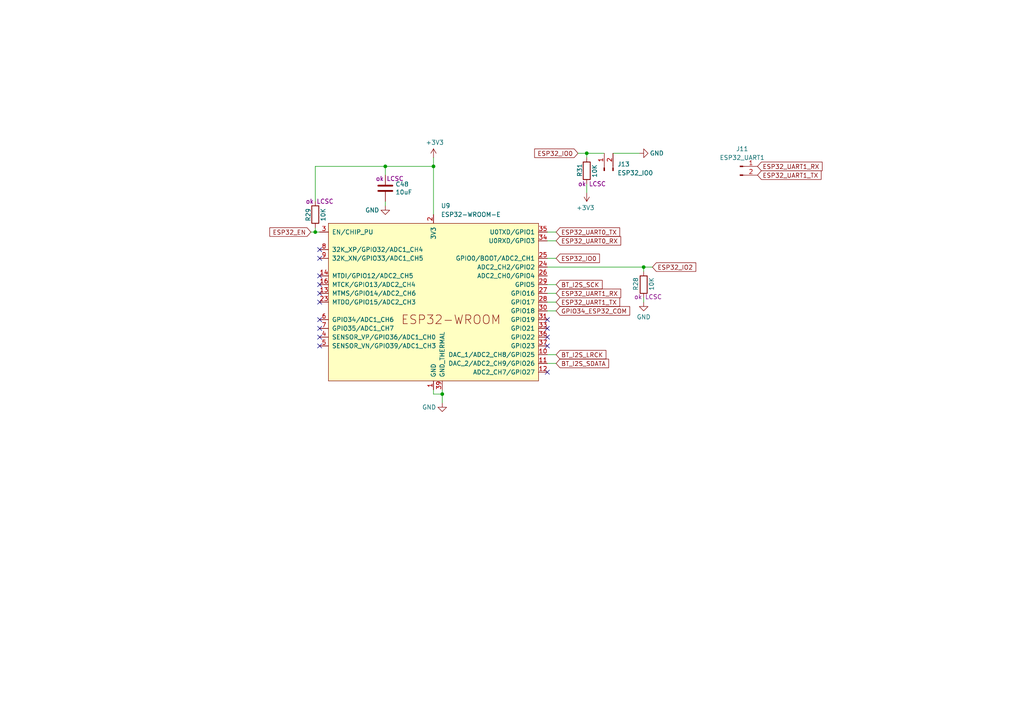
<source format=kicad_sch>
(kicad_sch (version 20250114) (generator "eeschema") (generator_version "9.0")
  (paper "A4")
  (lib_symbols
    (symbol "Connector:Conn_01x02_Pin" (pin_names (offset 1.016) (hide yes))
      (property "Reference" "J" (at 0 2.54 0))
      (property "Value" "Conn_01x02_Pin" (at 0 -5.08 0))
      (symbol "Conn_01x02_Pin_1_1"
        (rectangle (start 0.8636 0.127) (end 0 -0.127) (stroke (width 0.1524)) (fill (type outline)))
        (rectangle (start 0.8636 -2.413) (end 0 -2.667) (stroke (width 0.1524)) (fill (type outline)))
        (polyline (pts (xy 1.27 0) (xy 0.8636 0)) (stroke (width 0.1524)))
        (polyline (pts (xy 1.27 -2.54) (xy 0.8636 -2.54)) (stroke (width 0.1524)))
        (pin passive line (at 5.08 0 180) (length 3.81) (name "Pin_1") (number "1"))
        (pin passive line (at 5.08 -2.54 180) (length 3.81) (name "Pin_2") (number "2"))
      )
    )
    (symbol "Device:C" (pin_numbers (hide yes)) (pin_names (offset 0.254))
      (property "Reference" "C" (at 0.635 2.54 0))
      (property "Value" "C" (at 0.635 -2.54 0))
      (symbol "C_0_1"
        (polyline (pts (xy -2.032 0.762) (xy 2.032 0.762)) (stroke (width 0.508)))
        (polyline (pts (xy -2.032 -0.762) (xy 2.032 -0.762)) (stroke (width 0.508)))
      )
      (symbol "C_1_1"
        (pin passive line (at 0 3.81 270) (length 2.794) (name "~") (number "1"))
        (pin passive line (at 0 -3.81 90) (length 2.794) (name "~") (number "2"))
      )
    )
    (symbol "Device:R" (pin_numbers (hide yes)) (pin_names (offset 0))
      (property "Reference" "R" (at 2.032 0 90))
      (property "Value" "R" (at 0 0 90))
      (symbol "R_0_1"
        (rectangle (start -1.016 -2.54) (end 1.016 2.54) (stroke (width 0.254)))
      )
      (symbol "R_1_1"
        (pin passive line (at 0 3.81 270) (length 1.27) (name "~") (number "1"))
        (pin passive line (at 0 -3.81 90) (length 1.27) (name "~") (number "2"))
      )
    )
    (symbol "PCM_Espressif:ESP32-WROOM-E" (pin_names (offset 1.016))
      (property "Reference" "U" (at -30.48 27.94 0))
      (property "Value" "ESP32-WROOM-E" (at -30.48 25.4 0))
      (symbol "ESP32-WROOM-E_0_1"
        (rectangle (start -30.48 22.86) (end 30.48 -22.86) (fill (type background)))
      )
      (symbol "ESP32-WROOM-E_1_1"
        (text "ESP32-­WROOM­" (at 5.08 -5.08 0) (effects (font (size 2.54 2.54))))
        (pin input line (at -33.02 20.32 0) (length 2.54) (name "EN/CHIP_PU") (number "3"))
        (pin bidirectional line (at -33.02 15.24 0) (length 2.54) (name "32K_XP/GPIO32/ADC1_CH4") (number "8"))
        (pin bidirectional line (at -33.02 12.7 0) (length 2.54) (name "32K_XN/GPIO33/ADC1_CH5") (number "9"))
        (pin bidirectional line (at -33.02 7.62 0) (length 2.54) (name "MTDI/GPIO12/ADC2_CH5") (number "14"))
        (pin bidirectional line (at -33.02 5.08 0) (length 2.54) (name "MTCK/GPIO13/ADC2_CH4") (number "16"))
        (pin bidirectional line (at -33.02 2.54 0) (length 2.54) (name "MTMS/GPIO14/ADC2_CH6") (number "13"))
        (pin bidirectional line (at -33.02 0 0) (length 2.54) (name "MTDO/GPIO15/ADC2_CH3") (number "23"))
        (pin input line (at -33.02 -5.08 0) (length 2.54) (name "GPIO34/ADC1_CH6") (number "6"))
        (pin input line (at -33.02 -7.62 0) (length 2.54) (name "GPIO35/ADC1_CH7") (number "7"))
        (pin input line (at -33.02 -10.16 0) (length 2.54) (name "SENSOR_VP/GPIO36/ADC1_CH0") (number "4"))
        (pin input line (at -33.02 -12.7 0) (length 2.54) (name "SENSOR_VN/GPIO39/ADC1_CH3") (number "5"))
        (pin power_in line (at 0 25.4 270) (length 2.54) (name "3V3") (number "2"))
        (pin power_in line (at 0 -25.4 90) (length 2.54) (name "GND") (number "1"))
        (pin passive line (at 0 -25.4 90) (length 2.54) (hide yes) (name "GND") (number "15"))
        (pin passive line (at 0 -25.4 90) (length 2.54) (hide yes) (name "GND") (number "38"))
        (pin power_in line (at 2.54 -25.4 90) (length 2.54) (name "GND_THERMAL") (number "39"))
        (pin bidirectional line (at 33.02 20.32 180) (length 2.54) (name "U0TXD/GPIO1") (number "35"))
        (pin bidirectional line (at 33.02 17.78 180) (length 2.54) (name "U0RXD/GPIO3") (number "34"))
        (pin bidirectional line (at 33.02 12.7 180) (length 2.54) (name "GPIO0/BOOT/ADC2_CH1") (number "25"))
        (pin bidirectional line (at 33.02 10.16 180) (length 2.54) (name "ADC2_CH2/GPIO2") (number "24"))
        (pin bidirectional line (at 33.02 7.62 180) (length 2.54) (name "ADC2_CH0/GPIO4") (number "26"))
        (pin bidirectional line (at 33.02 5.08 180) (length 2.54) (name "GPIO5") (number "29"))
        (pin bidirectional line (at 33.02 2.54 180) (length 2.54) (name "GPIO16") (number "27"))
        (pin bidirectional line (at 33.02 0 180) (length 2.54) (name "GPIO17") (number "28"))
        (pin bidirectional line (at 33.02 -2.54 180) (length 2.54) (name "GPIO18") (number "30"))
        (pin bidirectional line (at 33.02 -5.08 180) (length 2.54) (name "GPIO19") (number "31"))
        (pin bidirectional line (at 33.02 -7.62 180) (length 2.54) (name "GPIO21") (number "33"))
        (pin bidirectional line (at 33.02 -10.16 180) (length 2.54) (name "GPIO22") (number "36"))
        (pin bidirectional line (at 33.02 -12.7 180) (length 2.54) (name "GPIO23") (number "37"))
        (pin bidirectional line (at 33.02 -15.24 180) (length 2.54) (name "DAC_1/ADC2_CH8/GPIO25") (number "10"))
        (pin bidirectional line (at 33.02 -17.78 180) (length 2.54) (name "DAC_2/ADC2_CH9/GPIO26") (number "11"))
        (pin bidirectional line (at 33.02 -20.32 180) (length 2.54) (name "ADC2_CH7/GPIO27") (number "12"))
      )
    )
    (symbol "power:+3V3" (power) (pin_names (offset 0))
      (property "Value" "+3V3" (at 0 3.556 0))
      (symbol "+3V3_0_1"
        (polyline (pts (xy -0.762 1.27) (xy 0 2.54)))
        (polyline (pts (xy 0 2.54) (xy 0.762 1.27)))
        (polyline (pts (xy 0 0) (xy 0 2.54)))
      )
      (symbol "+3V3_1_1"
        (pin power_in line (at 0 0 90) (length 0) (hide yes) (name "+3V3") (number "1"))
      )
    )
    (symbol "power:GND" (power) (pin_names (offset 0))
      (property "Value" "GND" (at 0 -3.81 0))
      (symbol "GND_0_1"
        (polyline (pts (xy 0 0) (xy 0 -1.27) (xy 1.27 -1.27) (xy 0 -2.54) (xy -1.27 -1.27) (xy 0 -1.27)))
      )
      (symbol "GND_1_1"
        (pin power_in line (at 0 0 270) (length 0) (hide yes) (name "GND") (number "1"))
      )
    )
  )
  (junction (at 186.69 77.47))
  (junction (at 91.44 67.31))
  (junction (at 111.76 48.26))
  (junction (at 170.18 44.45))
  (junction (at 125.73 48.26))
  (junction (at 128.27 114.3))
  (no_connect (at 158.75 100.33))
  (no_connect (at 92.71 92.71))
  (no_connect (at 92.71 74.93))
  (no_connect (at 92.71 82.55))
  (no_connect (at 158.75 97.79))
  (no_connect (at 158.75 107.95))
  (no_connect (at 92.71 87.63))
  (no_connect (at 92.71 95.25))
  (no_connect (at 92.71 100.33))
  (no_connect (at 92.71 80.01))
  (no_connect (at 92.71 97.79))
  (no_connect (at 158.75 95.25))
  (no_connect (at 158.75 92.71))
  (no_connect (at 92.71 85.09))
  (no_connect (at 92.71 72.39))
  (wire (pts (xy 170.18 44.45) (xy 175.26 44.45)))
  (wire (pts (xy 91.44 58.42) (xy 91.44 48.26)))
  (wire (pts (xy 161.29 102.87) (xy 158.75 102.87)))
  (wire (pts (xy 161.29 67.31) (xy 158.75 67.31)))
  (wire (pts (xy 186.69 77.47) (xy 189.23 77.47)))
  (wire (pts (xy 91.44 66.04) (xy 91.44 67.31)))
  (wire (pts (xy 90.17 67.31) (xy 91.44 67.31)))
  (wire (pts (xy 91.44 48.26) (xy 111.76 48.26)))
  (wire (pts (xy 111.76 58.42) (xy 111.76 59.69)))
  (wire (pts (xy 161.29 82.55) (xy 158.75 82.55)))
  (wire (pts (xy 125.73 45.72) (xy 125.73 48.26)))
  (wire (pts (xy 111.76 48.26) (xy 111.76 50.8)))
  (wire (pts (xy 161.29 90.17) (xy 158.75 90.17)))
  (wire (pts (xy 128.27 113.03) (xy 128.27 114.3)))
  (wire (pts (xy 161.29 69.85) (xy 158.75 69.85)))
  (wire (pts (xy 161.29 105.41) (xy 158.75 105.41)))
  (wire (pts (xy 128.27 114.3) (xy 128.27 116.84)))
  (wire (pts (xy 125.73 113.03) (xy 125.73 114.3)))
  (wire (pts (xy 125.73 48.26) (xy 125.73 62.23)))
  (wire (pts (xy 186.69 87.63) (xy 186.69 86.36)))
  (wire (pts (xy 161.29 74.93) (xy 158.75 74.93)))
  (wire (pts (xy 177.8 44.45) (xy 185.42 44.45)))
  (wire (pts (xy 167.64 44.45) (xy 170.18 44.45)))
  (wire (pts (xy 91.44 67.31) (xy 92.71 67.31)))
  (wire (pts (xy 186.69 78.74) (xy 186.69 77.47)))
  (wire (pts (xy 158.75 77.47) (xy 186.69 77.47)))
  (wire (pts (xy 170.18 45.72) (xy 170.18 44.45)))
  (wire (pts (xy 161.29 85.09) (xy 158.75 85.09)))
  (wire (pts (xy 170.18 55.88) (xy 170.18 53.34)))
  (wire (pts (xy 125.73 114.3) (xy 128.27 114.3)))
  (wire (pts (xy 161.29 87.63) (xy 158.75 87.63)))
  (wire (pts (xy 111.76 48.26) (xy 125.73 48.26)))
  (global_label "ESP32_IO0" (shape input) (at 167.64 44.45 180) (property "Intersheetrefs" "${INTERSHEET_REFS}" (effects (hide yes))))
  (global_label "ESP32_UART0_RX" (shape input) (at 161.29 69.85 0) (property "Intersheetrefs" "${INTERSHEET_REFS}" (effects (hide yes))))
  (global_label "ESP32_EN" (shape input) (at 90.17 67.31 180) (property "Intersheetrefs" "${INTERSHEET_REFS}" (effects (hide yes))))
  (global_label "ESP32_UART1_RX" (shape input) (at 161.29 85.09 0) (property "Intersheetrefs" "${INTERSHEET_REFS}" (effects (hide yes))))
  (global_label "BT_I2S_LRCK" (shape input) (at 161.29 102.87 0) (property "Intersheetrefs" "${INTERSHEET_REFS}" (effects (hide yes))))
  (global_label "ESP32_UART0_TX" (shape input) (at 161.29 67.31 0) (property "Intersheetrefs" "${INTERSHEET_REFS}" (effects (hide yes))))
  (global_label "ESP32_IO2" (shape input) (at 189.23 77.47 0) (property "Intersheetrefs" "${INTERSHEET_REFS}" (effects (hide yes))))
  (global_label "ESP32_UART1_TX" (shape input) (at 161.29 87.63 0) (property "Intersheetrefs" "${INTERSHEET_REFS}" (effects (hide yes))))
  (global_label "ESP32_UART1_RX" (shape input) (at 219.71 48.26 0) (property "Intersheetrefs" "${INTERSHEET_REFS}" (effects (hide yes))))
  (global_label "BT_I2S_SCK" (shape input) (at 161.29 82.55 0) (property "Intersheetrefs" "${INTERSHEET_REFS}" (effects (hide yes))))
  (global_label "GPIO34_ESP32_COM" (shape input) (at 161.29 90.17 0) (property "Intersheetrefs" "${INTERSHEET_REFS}" (effects (hide yes))))
  (global_label "ESP32_UART1_TX" (shape input) (at 219.71 50.8 0) (property "Intersheetrefs" "${INTERSHEET_REFS}" (effects (hide yes))))
  (global_label "ESP32_IO0" (shape input) (at 161.29 74.93 0) (property "Intersheetrefs" "${INTERSHEET_REFS}" (effects (hide yes))))
  (global_label "BT_I2S_SDATA" (shape input) (at 161.29 105.41 0) (property "Intersheetrefs" "${INTERSHEET_REFS}" (effects (hide yes))))
  (symbol (lib_id "power:GND") (at 128.27 116.84 0) (unit 1)
    (property "Reference" "#PWR075" (effects (hide yes)))
    (property "Value" "GND" (at 124.46 118.11 0))
  )
  (symbol (lib_id "power:+3V3") (at 125.73 45.72 0) (unit 1)
    (property "Reference" "#PWR064" (effects (hide yes)))
    (property "Value" "+3V3" (at 126.111 41.3258 0))
  )
  (symbol (lib_id "power:GND") (at 111.76 59.69 0) (unit 1)
    (property "Reference" "#PWR021" (effects (hide yes)))
    (property "Value" "GND" (at 107.95 60.96 0))
  )
  (symbol (lib_id "Device:C") (at 111.76 54.61 0) (unit 1)
    (property "Reference" "C48" (at 114.681 53.4416 0) (effects (justify left)))
    (property "Value" "10uF" (at 114.681 55.753 0) (effects (justify left)))
    (property "Footprint" "Capacitor_SMD:C_0805_2012Metric" (effects (hide yes)))
    (property "Description" "ok LCSC" (at 113.03 51.816 0))
    (property "LCSC" "C15850" (effects (hide yes)))
  )
  (symbol (lib_id "Connector:Conn_01x02_Pin") (at 175.26 49.53 90) (unit 1)
    (property "Reference" "J13" (at 179.07 47.6249 90) (effects (justify right)))
    (property "Value" "ESP32_IO0" (at 179.07 50.1649 90) (effects (justify right)))
    (property "Footprint" "Connector_PinHeader_2.54mm:PinHeader_1x02_P2.54mm_Vertical" (effects (hide yes)))
    (property "Description" "Generic connector, single row, 01x02, script generated" (effects (hide yes)))
  )
  (symbol (lib_id "power:GND") (at 186.69 87.63 0) (unit 1)
    (property "Reference" "#PWR047" (effects (hide yes)))
    (property "Value" "GND" (at 186.69 91.948 0))
  )
  (symbol (lib_id "Device:R") (at 186.69 82.55 0) (unit 1)
    (property "Reference" "R28" (at 184.404 84.328 90) (effects (justify left)))
    (property "Value" "10K" (at 188.976 84.328 90) (effects (justify left)))
    (property "Footprint" "Resistor_SMD:R_0402_1005Metric" (effects (hide yes)))
    (property "Description" "ok LCSC" (at 187.96 86.106 0))
    (property "LCSC" "C25744" (effects (hide yes)))
  )
  (symbol (lib_id "Device:R") (at 91.44 62.23 0) (unit 1)
    (property "Reference" "R29" (at 89.408 64.262 90) (effects (justify left)))
    (property "Value" "10K" (at 93.726 64.262 90) (effects (justify left)))
    (property "Footprint" "Resistor_SMD:R_0402_1005Metric" (effects (hide yes)))
    (property "Description" "ok LCSC" (at 92.71 58.42 0))
    (property "LCSC" "C25744" (effects (hide yes)))
  )
  (symbol (lib_id "power:GND") (at 185.42 44.45 90) (unit 1)
    (property "Reference" "#PWR0106" (effects (hide yes)))
    (property "Value" "GND" (at 190.5 44.45 90))
  )
  (symbol (lib_id "Device:R") (at 170.18 49.53 0) (unit 1)
    (property "Reference" "R31" (at 168.148 51.308 90) (effects (justify left)))
    (property "Value" "10K" (at 172.466 51.562 90) (effects (justify left)))
    (property "Footprint" "Resistor_SMD:R_0402_1005Metric" (effects (hide yes)))
    (property "Description" "ok LCSC" (at 171.704 53.34 0))
    (property "LCSC" "C25744" (effects (hide yes)))
  )
  (symbol (lib_id "PCM_Espressif:ESP32-WROOM-E") (at 125.73 87.63 0) (unit 1)
    (property "Reference" "U9" (at 127.8733 59.69 0) (effects (justify left)))
    (property "Value" "ESP32-WROOM-E" (at 127.8733 62.23 0) (effects (justify left)))
    (property "Footprint" "PCM_Espressif:ESP32-WROOM-32E" (effects (hide yes)))
    (property "Datasheet" "https://www.espressif.com/sites/default/files/documentation/esp32-wroom-32e_esp32-wroom-32ue_datasheet_en.pdf" (effects (hide yes)))
    (property "Description" "ESP32-WROOM-32E integrates ESP32-D0WD-V3, with higher stability and safety performance." (effects (hide yes)))
  )
  (symbol (lib_id "power:+3V3") (at 170.18 55.88 180) (unit 1)
    (property "Reference" "#PWR0108" (effects (hide yes)))
    (property "Value" "+3V3" (at 169.799 60.2742 0))
  )
  (symbol (lib_id "Connector:Conn_01x02_Pin") (at 214.63 48.26 0) (unit 1)
    (property "Reference" "J11" (at 215.265 43.18 0))
    (property "Value" "ESP32_UART1" (at 215.265 45.72 0))
    (property "Footprint" "Connector_PinHeader_2.54mm:PinHeader_1x02_P2.54mm_Vertical" (effects (hide yes)))
    (property "Description" "Generic connector, single row, 01x02, script generated" (effects (hide yes)))
  )
)
</source>
